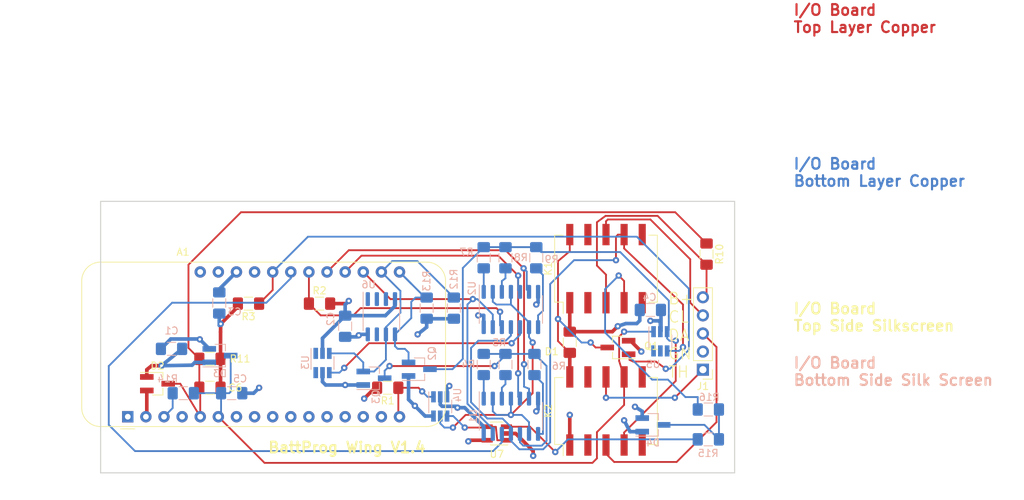
<source format=kicad_pcb>
(kicad_pcb (version 20171130) (host pcbnew "(5.1.10)-1")
  (title_block (title "I/O Board Layout") (date 2021-05-17) (rev 1.4))
  (layers (0 F.Cu signal) (1 In1.Cu power) (2 In2.Cu power) (31 B.Cu signal) (34 B.Paste user) (35 F.Paste user) (36 B.SilkS user) (37 F.SilkS user) (38 B.Mask user) (39 F.Mask user) (44 Edge.Cuts user))
  (net 0 "")
  (net 1 GND)
  (net 2 +5V)
  (net 3 "Net-(U2-Pad10)")
  (net 4 /Batt+)
  (net 5 /Batt_SCL)
  (net 6 /Batt_SDA)
  (net 7 "Net-(R5-Pad2)")
  (net 8 "Net-(R9-Pad2)")
  (net 9 "Net-(R6-Pad2)")
  (net 10 /PAS_CLK_EN)
  (net 11 "Net-(R7-Pad2)")
  (net 12 "Net-(R8-Pad2)")
  (net 13 /ACT_CLK_EN)
  (net 14 +3.3V)
  (net 15 /AREF)
  (net 16 "Net-(J1-Pad5)")
  (net 17 "Net-(J1-Pad4)")
  (net 18 /BattDiv)
  (net 19 "Net-(D1-Pad2)")
  (net 20 "Net-(J1-Pad3)")
  (net 21 "Net-(J1-Pad1)")
  (net 22 /THERM)
  (net 23 /HV_SCL)
  (net 24 /PU_EN0)
  (net 25 /PU_EN1)
  (net 26 /PU_EN2)
  (net 27 /SCL)
  (net 28 /SDA)
  (net 29 /Batt_Rly)
  (net 30 "Net-(R4-Pad2)")
  (net 31 /PULL_SEL)
  (net 32 /PULL_VOLT)
  (net 33 "Net-(D4-Pad3)")
  (net 34 "Net-(R15-Pad2)")
  (net 35 "Net-(U4-Pad4)")
  (module ResistorSMD:R_1206_3216Metric_Pad1.42x1.75mm_HandSolder (layer F.Cu) (at 123.6075 98.171 180)
    (fp_text reference R3 (at 0 -1.82) (layer F.SilkS))
    (fp_text value 100K)
    (pad 1 smd roundrect (at -1.4875 0 180) (size 1.425 1.75) (layers F.Cu F.Paste F.Mask) (roundrect_rratio 0.1754385964912281) (net 29 /Batt_Rly))
    (pad 2 smd roundrect (at 1.4875 0 180) (size 1.425 1.75) (layers F.Cu F.Paste F.Mask) (roundrect_rratio 0.1754385964912281) (net 1 GND))
  )
  (module CapSMD:C_1206_3216Metric_Pad1.42x1.75mm_HandSolder (layer F.Cu) (at 118.2005 109.982)
    (fp_text reference C6 (at 3.556 0) (layer F.SilkS))
    (fp_text value .1uf)
    (pad 2 smd roundrect (at 1.4875 0) (size 1.425 1.75) (layers F.Cu F.Paste F.Mask) (roundrect_rratio 0.1754385964912281) (net 1 GND))
    (pad 1 smd roundrect (at -1.4875 0) (size 1.425 1.75) (layers F.Cu F.Paste F.Mask) (roundrect_rratio 0.1754385964912281) (net 18 /BattDiv))
  )
  (module Feather:Adafruit_Feather (layer F.Cu) (at 106.68 114.046 90)
    (fp_text reference A1 (at 23.114 7.747 180) (layer F.SilkS))
    (fp_text value Adafruit_Feather_M4_Express)
    (pad 16 thru_hole circle (at 0 38.1 270) (size 1.6 1.6) (drill 0.8) (layers *.Cu *.Mask) (net 31 /PULL_SEL))
    (pad 15 thru_hole circle (at 0 35.56 270) (size 1.6 1.6) (drill 0.8) (layers *.Cu *.Mask))
    (pad 14 thru_hole circle (at 0 33.02 270) (size 1.6 1.6) (drill 0.8) (layers *.Cu *.Mask))
    (pad 13 thru_hole circle (at 0 30.48 270) (size 1.6 1.6) (drill 0.8) (layers *.Cu *.Mask))
    (pad 12 thru_hole circle (at 0 27.94 270) (size 1.6 1.6) (drill 0.8) (layers *.Cu *.Mask))
    (pad 11 thru_hole circle (at 0 25.4 270) (size 1.6 1.6) (drill 0.8) (layers *.Cu *.Mask))
    (pad 10 thru_hole circle (at 0 22.86 270) (size 1.6 1.6) (drill 0.8) (layers *.Cu *.Mask))
    (pad 9 thru_hole circle (at 0 20.32 270) (size 1.6 1.6) (drill 0.8) (layers *.Cu *.Mask))
    (pad 8 thru_hole circle (at 0 17.78 270) (size 1.6 1.6) (drill 0.8) (layers *.Cu *.Mask))
    (pad 7 thru_hole circle (at 0 15.24 270) (size 1.6 1.6) (drill 0.8) (layers *.Cu *.Mask))
    (pad 6 thru_hole circle (at 0 12.7 270) (size 1.6 1.6) (drill 0.8) (layers *.Cu *.Mask) (net 22 /THERM))
    (pad 5 thru_hole circle (at 0 10.16 270) (size 1.6 1.6) (drill 0.8) (layers *.Cu *.Mask) (net 18 /BattDiv))
    (pad 4 thru_hole circle (at 0 7.62 270) (size 1.6 1.6) (drill 0.8) (layers *.Cu *.Mask) (net 1 GND))
    (pad 3 thru_hole circle (at 0 5.08 270) (size 1.6 1.6) (drill 0.8) (layers *.Cu *.Mask) (net 15 /AREF))
    (pad 2 thru_hole circle (at 0 2.54 270) (size 1.6 1.6) (drill 0.8) (layers *.Cu *.Mask) (net 14 +3.3V))
    (pad 1 thru_hole rect (at 0 0 270) (size 1.6 1.6) (drill 0.8) (layers *.Cu *.Mask))
    (pad 28 thru_hole circle (at 20.32 10.16 270) (size 1.6 1.6) (drill 0.8) (layers *.Cu *.Mask))
    (pad 27 thru_hole circle (at 20.32 12.7 270) (size 1.6 1.6) (drill 0.8) (layers *.Cu *.Mask))
    (pad 26 thru_hole circle (at 20.32 15.24 270) (size 1.6 1.6) (drill 0.8) (layers *.Cu *.Mask) (net 2 +5V))
    (pad 25 thru_hole circle (at 20.32 17.78 270) (size 1.6 1.6) (drill 0.8) (layers *.Cu *.Mask))
    (pad 24 thru_hole circle (at 20.32 20.32 270) (size 1.6 1.6) (drill 0.8) (layers *.Cu *.Mask) (net 29 /Batt_Rly))
    (pad 23 thru_hole circle (at 20.32 22.86 270) (size 1.6 1.6) (drill 0.8) (layers *.Cu *.Mask) (net 10 /PAS_CLK_EN))
    (pad 22 thru_hole circle (at 20.32 25.4 270) (size 1.6 1.6) (drill 0.8) (layers *.Cu *.Mask) (net 13 /ACT_CLK_EN))
    (pad 21 thru_hole circle (at 20.32 27.94 270) (size 1.6 1.6) (drill 0.8) (layers *.Cu *.Mask) (net 26 /PU_EN2))
    (pad 20 thru_hole circle (at 20.32 30.48 270) (size 1.6 1.6) (drill 0.8) (layers *.Cu *.Mask) (net 25 /PU_EN1))
    (pad 19 thru_hole circle (at 20.32 33.02 270) (size 1.6 1.6) (drill 0.8) (layers *.Cu *.Mask) (net 24 /PU_EN0))
    (pad 18 thru_hole circle (at 20.32 35.56 270) (size 1.6 1.6) (drill 0.8) (layers *.Cu *.Mask) (net 27 /SCL))
    (pad 17 thru_hole circle (at 20.32 38.1 270) (size 1.6 1.6) (drill 0.8) (layers *.Cu *.Mask) (net 28 /SDA))
  )
  (module "TO/SOT SMD:SOT-23_Handsoldering" (layer F.Cu) (at 175.411 104.328 180)
    (fp_text reference Q1 (at -4.675 0.188) (layer F.SilkS))
    (fp_text value BSS806N)
    (pad 1 smd rect (at -1.5 -0.95 180) (size 1.9 0.8) (layers F.Cu F.Paste F.Mask) (net 29 /Batt_Rly))
    (pad 2 smd rect (at -1.5 0.95 180) (size 1.9 0.8) (layers F.Cu F.Paste F.Mask) (net 1 GND))
    (pad 3 smd rect (at 1.5 0 180) (size 1.9 0.8) (layers F.Cu F.Paste F.Mask) (net 19 "Net-(D1-Pad2)"))
  )
  (module "TO/SOT SMD:SOT-23_Handsoldering" (layer B.Cu) (at 147.55 107.376)
    (fp_text reference Q2 (at 1.802 -2.22 90) (layer B.SilkS) (effects (justify mirror)))
    (fp_text value BSS806N)
    (pad 1 smd rect (at -1.5 0.95) (size 1.9 0.8) (layers B.Cu B.Paste B.Mask) (net 14 +3.3V))
    (pad 2 smd rect (at -1.5 -0.95) (size 1.9 0.8) (layers B.Cu B.Paste B.Mask) (net 28 /SDA))
    (pad 3 smd rect (at 1.5 0) (size 1.9 0.8) (layers B.Cu B.Paste B.Mask) (net 6 /Batt_SDA))
  )
  (module "TO/SOT SMD:SOT-23_Handsoldering" (layer B.Cu) (at 141.2 108.646)
    (fp_text reference Q3 (at 0.278 2.606 90) (layer B.SilkS) (effects (justify mirror)))
    (fp_text value BSS806N)
    (pad 3 smd rect (at 1.5 0) (size 1.9 0.8) (layers B.Cu B.Paste B.Mask) (net 23 /HV_SCL))
    (pad 2 smd rect (at -1.5 -0.95) (size 1.9 0.8) (layers B.Cu B.Paste B.Mask) (net 27 /SCL))
    (pad 1 smd rect (at -1.5 0.95) (size 1.9 0.8) (layers B.Cu B.Paste B.Mask) (net 14 +3.3V))
  )
  (module ResistorSMD:R_1206_3216Metric_Pad1.42x1.75mm_HandSolder (layer F.Cu) (at 143.129 109.982 180)
    (fp_text reference R1 (at 0 -1.82) (layer F.SilkS))
    (fp_text value 100K)
    (pad 2 smd roundrect (at 1.4875 0 180) (size 1.425 1.75) (layers F.Cu F.Paste F.Mask) (roundrect_rratio 0.1754385964912281) (net 1 GND))
    (pad 1 smd roundrect (at -1.4875 0 180) (size 1.425 1.75) (layers F.Cu F.Paste F.Mask) (roundrect_rratio 0.1754385964912281) (net 31 /PULL_SEL))
  )
  (module ResistorSMD:R_1206_3216Metric_Pad1.42x1.75mm_HandSolder (layer B.Cu) (at 159.639 106.7165 270)
    (fp_text reference R5 (at -3.0845 0.889) (layer B.SilkS) (effects (justify mirror)))
    (fp_text value 6.8K)
    (pad 1 smd roundrect (at -1.4875 0 270) (size 1.425 1.75) (layers B.Cu B.Paste B.Mask) (roundrect_rratio 0.1754385964912281) (net 23 /HV_SCL))
    (pad 2 smd roundrect (at 1.4875 0 270) (size 1.425 1.75) (layers B.Cu B.Paste B.Mask) (roundrect_rratio 0.1754385964912281) (net 7 "Net-(R5-Pad2)"))
  )
  (module ResistorSMD:R_1206_3216Metric_Pad1.42x1.75mm_HandSolder (layer B.Cu) (at 163.703 106.7165 270)
    (fp_text reference R6 (at 0.2175 -3.429) (layer B.SilkS) (effects (justify mirror)))
    (fp_text value 5.1K)
    (pad 2 smd roundrect (at 1.4875 0 270) (size 1.425 1.75) (layers B.Cu B.Paste B.Mask) (roundrect_rratio 0.1754385964912281) (net 9 "Net-(R6-Pad2)"))
    (pad 1 smd roundrect (at -1.4875 0 270) (size 1.425 1.75) (layers B.Cu B.Paste B.Mask) (roundrect_rratio 0.1754385964912281) (net 23 /HV_SCL))
  )
  (module ResistorSMD:R_1206_3216Metric_Pad1.42x1.75mm_HandSolder (layer B.Cu) (at 156.591 91.7305 270)
    (fp_text reference R7 (at -0.7985 2.413) (layer B.SilkS) (effects (justify mirror)))
    (fp_text value 10K)
    (pad 2 smd roundrect (at 1.4875 0 270) (size 1.425 1.75) (layers B.Cu B.Paste B.Mask) (roundrect_rratio 0.1754385964912281) (net 11 "Net-(R7-Pad2)"))
    (pad 1 smd roundrect (at -1.4875 0 270) (size 1.425 1.75) (layers B.Cu B.Paste B.Mask) (roundrect_rratio 0.1754385964912281) (net 6 /Batt_SDA))
  )
  (module ResistorSMD:R_1206_3216Metric_Pad1.42x1.75mm_HandSolder (layer B.Cu) (at 159.639 91.7305 270)
    (fp_text reference R8 (at -0.0365 -2.159) (layer B.SilkS) (effects (justify mirror)))
    (fp_text value 6.8K)
    (pad 2 smd roundrect (at 1.4875 0 270) (size 1.425 1.75) (layers B.Cu B.Paste B.Mask) (roundrect_rratio 0.1754385964912281) (net 12 "Net-(R8-Pad2)"))
    (pad 1 smd roundrect (at -1.4875 0 270) (size 1.425 1.75) (layers B.Cu B.Paste B.Mask) (roundrect_rratio 0.1754385964912281) (net 6 /Batt_SDA))
  )
  (module ResistorSMD:R_1206_3216Metric_Pad1.42x1.75mm_HandSolder (layer B.Cu) (at 163.957 91.7305 270)
    (fp_text reference R9 (at 0.2175 -2.159) (layer B.SilkS) (effects (justify mirror)))
    (fp_text value 5.1K)
    (pad 2 smd roundrect (at 1.4875 0 270) (size 1.425 1.75) (layers B.Cu B.Paste B.Mask) (roundrect_rratio 0.1754385964912281) (net 8 "Net-(R9-Pad2)"))
    (pad 1 smd roundrect (at -1.4875 0 270) (size 1.425 1.75) (layers B.Cu B.Paste B.Mask) (roundrect_rratio 0.1754385964912281) (net 6 /Batt_SDA))
  )
  (module ResistorSMD:R_1206_3216Metric_Pad1.42x1.75mm_HandSolder (layer F.Cu) (at 133.5675 98.171)
    (fp_text reference R2 (at 0 -1.82) (layer F.SilkS))
    (fp_text value 100K)
    (pad 1 smd roundrect (at -1.4875 0) (size 1.425 1.75) (layers F.Cu F.Paste F.Mask) (roundrect_rratio 0.1754385964912281) (net 13 /ACT_CLK_EN))
    (pad 2 smd roundrect (at 1.4875 0) (size 1.425 1.75) (layers F.Cu F.Paste F.Mask) (roundrect_rratio 0.1754385964912281) (net 1 GND))
  )
  (module ResistorSMD:R_1206_3216Metric_Pad1.42x1.75mm_HandSolder (layer B.Cu) (at 148.59 98.806 90)
    (fp_text reference R13 (at 3.81 0 270) (layer B.SilkS) (effects (justify mirror)))
    (fp_text value 20K)
    (pad 2 smd roundrect (at 1.4875 0 90) (size 1.425 1.75) (layers B.Cu B.Paste B.Mask) (roundrect_rratio 0.1754385964912281) (net 28 /SDA))
    (pad 1 smd roundrect (at -1.4875 0 90) (size 1.425 1.75) (layers B.Cu B.Paste B.Mask) (roundrect_rratio 0.1754385964912281) (net 14 +3.3V))
  )
  (module ResistorSMD:R_1206_3216Metric_Pad1.42x1.75mm_HandSolder (layer F.Cu) (at 187.833 91.2225 270)
    (fp_text reference R10 (at 0 -1.82 270) (layer F.SilkS))
    (fp_text value 6.2K)
    (pad 1 smd roundrect (at -1.4875 0 270) (size 1.425 1.75) (layers F.Cu F.Paste F.Mask) (roundrect_rratio 0.1754385964912281) (net 18 /BattDiv))
    (pad 2 smd roundrect (at 1.4875 0 270) (size 1.425 1.75) (layers F.Cu F.Paste F.Mask) (roundrect_rratio 0.1754385964912281) (net 16 "Net-(J1-Pad5)"))
  )
  (module "TO/SOT SMD:SOT-23_Handsoldering" (layer B.Cu) (at 119.61 105.471)
    (fp_text reference D3 (at 0 2.5) (layer B.SilkS) (effects (justify mirror)))
    (fp_text value BAS70-04)
    (pad 1 smd rect (at -1.5 0.95) (size 1.9 0.8) (layers B.Cu B.Paste B.Mask) (net 1 GND))
    (pad 2 smd rect (at -1.5 -0.95) (size 1.9 0.8) (layers B.Cu B.Paste B.Mask) (net 14 +3.3V))
    (pad 3 smd rect (at 1.5 0) (size 1.9 0.8) (layers B.Cu B.Paste B.Mask) (net 22 /THERM))
  )
  (module "TO/SOT SMD:SOT-23-6_Handsoldering" (layer B.Cu) (at 181.356 103.458 270)
    (fp_text reference U5 (at 3.222 1.016) (layer B.SilkS) (effects (justify mirror)))
    (fp_text value DT2042-04SO-7)
    (pad 1 smd rect (at -1.35 0.95 270) (size 1.56 0.65) (layers B.Cu B.Paste B.Mask) (net 22 /THERM))
    (pad 2 smd rect (at -1.35 0 270) (size 1.56 0.65) (layers B.Cu B.Paste B.Mask) (net 1 GND))
    (pad 3 smd rect (at -1.35 -0.95 270) (size 1.56 0.65) (layers B.Cu B.Paste B.Mask) (net 6 /Batt_SDA))
    (pad 4 smd rect (at 1.35 -0.95 270) (size 1.56 0.65) (layers B.Cu B.Paste B.Mask) (net 5 /Batt_SCL))
    (pad 6 smd rect (at 1.35 0.95 270) (size 1.56 0.65) (layers B.Cu B.Paste B.Mask))
    (pad 5 smd rect (at 1.35 0 270) (size 1.56 0.65) (layers B.Cu B.Paste B.Mask))
  )
  (module "TO/SOT SMD:SOT-23-6_Handsoldering" (layer B.Cu) (at 133.985 106.506 270)
    (fp_text reference U3 (at -0.08 2.413 270) (layer B.SilkS) (effects (justify mirror)))
    (fp_text value SN74LVC2G17)
    (pad 1 smd rect (at -1.35 0.95 270) (size 1.56 0.65) (layers B.Cu B.Paste B.Mask))
    (pad 2 smd rect (at -1.35 0 270) (size 1.56 0.65) (layers B.Cu B.Paste B.Mask) (net 1 GND))
    (pad 3 smd rect (at -1.35 -0.95 270) (size 1.56 0.65) (layers B.Cu B.Paste B.Mask) (net 27 /SCL))
    (pad 4 smd rect (at 1.35 -0.95 270) (size 1.56 0.65) (layers B.Cu B.Paste B.Mask) (net 3 "Net-(U2-Pad10)"))
    (pad 6 smd rect (at 1.35 0.95 270) (size 1.56 0.65) (layers B.Cu B.Paste B.Mask))
    (pad 5 smd rect (at 1.35 0 270) (size 1.56 0.65) (layers B.Cu B.Paste B.Mask) (net 14 +3.3V))
  )
  (module CapSMD:C_1206_3216Metric_Pad1.42x1.75mm_HandSolder (layer B.Cu) (at 112.8125 104.521)
    (fp_text reference C1 (at 0 -2.54) (layer B.SilkS) (effects (justify mirror)))
    (fp_text value .1uf)
    (pad 2 smd roundrect (at 1.4875 0) (size 1.425 1.75) (layers B.Cu B.Paste B.Mask) (roundrect_rratio 0.1754385964912281) (net 1 GND))
    (pad 1 smd roundrect (at -1.4875 0) (size 1.425 1.75) (layers B.Cu B.Paste B.Mask) (roundrect_rratio 0.1754385964912281) (net 14 +3.3V))
  )
  (module CapSMD:C_1206_3216Metric_Pad1.42x1.75mm_HandSolder (layer B.Cu) (at 137.16 101.346 90)
    (fp_text reference C2 (at 1.016 -2.032 90) (layer B.SilkS) (effects (justify mirror)))
    (fp_text value .1uf)
    (pad 1 smd roundrect (at -1.4875 0 90) (size 1.425 1.75) (layers B.Cu B.Paste B.Mask) (roundrect_rratio 0.1754385964912281) (net 14 +3.3V))
    (pad 2 smd roundrect (at 1.4875 0 90) (size 1.425 1.75) (layers B.Cu B.Paste B.Mask) (roundrect_rratio 0.1754385964912281) (net 1 GND))
  )
  (module CapSMD:C_1206_3216Metric_Pad1.42x1.75mm_HandSolder (layer B.Cu) (at 119.507 98.0805 270)
    (fp_text reference C3 (at 1.2335 -2.159) (layer B.SilkS) (effects (justify mirror)))
    (fp_text value 10uf)
    (pad 1 smd roundrect (at -1.4875 0 270) (size 1.425 1.75) (layers B.Cu B.Paste B.Mask) (roundrect_rratio 0.1754385964912281) (net 2 +5V))
    (pad 2 smd roundrect (at 1.4875 0 270) (size 1.425 1.75) (layers B.Cu B.Paste B.Mask) (roundrect_rratio 0.1754385964912281) (net 1 GND))
  )
  (module CapSMD:C_1206_3216Metric_Pad1.42x1.75mm_HandSolder (layer B.Cu) (at 179.959 99.06)
    (fp_text reference C4 (at -0.127 -1.778) (layer B.SilkS) (effects (justify mirror)))
    (fp_text value .1uf)
    (pad 1 smd roundrect (at -1.4875 0) (size 1.425 1.75) (layers B.Cu B.Paste B.Mask) (roundrect_rratio 0.1754385964912281) (net 2 +5V))
    (pad 2 smd roundrect (at 1.4875 0) (size 1.425 1.75) (layers B.Cu B.Paste B.Mask) (roundrect_rratio 0.1754385964912281) (net 1 GND))
  )
  (module CapSMD:C_1206_3216Metric_Pad1.42x1.75mm_HandSolder (layer B.Cu) (at 121.2485 110.744)
    (fp_text reference C5 (at 1.1795 -2.032) (layer B.SilkS) (effects (justify mirror)))
    (fp_text value .1uf)
    (pad 2 smd roundrect (at 1.4875 0) (size 1.425 1.75) (layers B.Cu B.Paste B.Mask) (roundrect_rratio 0.1754385964912281) (net 1 GND))
    (pad 1 smd roundrect (at -1.4875 0) (size 1.425 1.75) (layers B.Cu B.Paste B.Mask) (roundrect_rratio 0.1754385964912281) (net 22 /THERM))
  )
  (module "TO/SOT SMD:SOT-23_Handsoldering" (layer F.Cu) (at 110.847 109.413)
    (fp_text reference D2 (at 0 -2.5) (layer F.SilkS))
    (fp_text value BAS70-04)
    (pad 1 smd rect (at -1.5 -0.95) (size 1.9 0.8) (layers F.Cu F.Paste F.Mask) (net 1 GND))
    (pad 2 smd rect (at -1.5 0.95) (size 1.9 0.8) (layers F.Cu F.Paste F.Mask) (net 14 +3.3V))
    (pad 3 smd rect (at 1.5 0) (size 1.9 0.8) (layers F.Cu F.Paste F.Mask) (net 18 /BattDiv))
  )
  (module Connector_PinHeader_2.54mm:PinHeader_1x05_P2.54mm_Vertical (layer F.Cu) (at 187.325 107.442 180)
    (fp_text reference J1 (at 0 -2.33) (layer F.SilkS))
    (fp_text value Conn_01x05)
    (pad 1 thru_hole rect (at 0 0 180) (size 1.7 1.7) (drill 1) (layers *.Cu *.Mask) (net 21 "Net-(J1-Pad1)"))
    (pad 2 thru_hole oval (at 0 2.54 180) (size 1.7 1.7) (drill 1) (layers *.Cu *.Mask) (net 1 GND))
    (pad 3 thru_hole oval (at 0 5.08 180) (size 1.7 1.7) (drill 1) (layers *.Cu *.Mask) (net 20 "Net-(J1-Pad3)"))
    (pad 4 thru_hole oval (at 0 7.62 180) (size 1.7 1.7) (drill 1) (layers *.Cu *.Mask) (net 17 "Net-(J1-Pad4)"))
    (pad 5 thru_hole oval (at 0 10.16 180) (size 1.7 1.7) (drill 1) (layers *.Cu *.Mask) (net 16 "Net-(J1-Pad5)"))
  )
  (module ResistorSMD:R_1206_3216Metric_Pad1.42x1.75mm_HandSolder (layer B.Cu) (at 156.591 106.7165 270)
    (fp_text reference R4 (at -0.0365 2.159) (layer B.SilkS) (effects (justify mirror)))
    (fp_text value 10K)
    (pad 1 smd roundrect (at -1.4875 0 270) (size 1.425 1.75) (layers B.Cu B.Paste B.Mask) (roundrect_rratio 0.1754385964912281) (net 23 /HV_SCL))
    (pad 2 smd roundrect (at 1.4875 0 270) (size 1.425 1.75) (layers B.Cu B.Paste B.Mask) (roundrect_rratio 0.1754385964912281) (net 30 "Net-(R4-Pad2)"))
  )
  (module ResistorSMD:R_1206_3216Metric_Pad1.42x1.75mm_HandSolder (layer B.Cu) (at 152.4 98.806 90)
    (fp_text reference R12 (at 4.064 0 -90) (layer B.SilkS) (effects (justify mirror)))
    (fp_text value 20K)
    (pad 2 smd roundrect (at 1.4875 0 90) (size 1.425 1.75) (layers B.Cu B.Paste B.Mask) (roundrect_rratio 0.1754385964912281) (net 27 /SCL))
    (pad 1 smd roundrect (at -1.4875 0 90) (size 1.425 1.75) (layers B.Cu B.Paste B.Mask) (roundrect_rratio 0.1754385964912281) (net 14 +3.3V))
  )
  (module ResistorSMD:R_1206_3216Metric_Pad1.42x1.75mm_HandSolder (layer F.Cu) (at 118.2005 105.918 180)
    (fp_text reference R11 (at -4.2275 0) (layer F.SilkS))
    (fp_text value 3.3K)
    (pad 1 smd roundrect (at -1.4875 0 180) (size 1.425 1.75) (layers F.Cu F.Paste F.Mask) (roundrect_rratio 0.1754385964912281) (net 1 GND))
    (pad 2 smd roundrect (at 1.4875 0 180) (size 1.425 1.75) (layers F.Cu F.Paste F.Mask) (roundrect_rratio 0.1754385964912281) (net 18 /BattDiv))
  )
  (module ResistorSMD:R_1206_3216Metric_Pad1.42x1.75mm_HandSolder (layer B.Cu) (at 114.4635 110.744 180)
    (fp_text reference R14 (at 2.1955 2.032) (layer B.SilkS) (effects (justify mirror)))
    (fp_text value 33K)
    (pad 2 smd roundrect (at 1.4875 0 180) (size 1.425 1.75) (layers B.Cu B.Paste B.Mask) (roundrect_rratio 0.1754385964912281) (net 15 /AREF))
    (pad 1 smd roundrect (at -1.4875 0 180) (size 1.425 1.75) (layers B.Cu B.Paste B.Mask) (roundrect_rratio 0.1754385964912281) (net 22 /THERM))
  )
  (module SO:SOIC-14_3.9x8.7mm_P1.27mm (layer B.Cu) (at 160.401 113.981 270)
    (fp_text reference U1 (at 0 5.28 90) (layer B.SilkS) (effects (justify mirror)))
    (fp_text value MAX4614)
    (pad 1 smd roundrect (at -2.475 3.81 270) (size 1.95 0.6) (layers B.Cu B.Paste B.Mask) (net 30 "Net-(R4-Pad2)"))
    (pad 2 smd roundrect (at -2.475 2.54 270) (size 1.95 0.6) (layers B.Cu B.Paste B.Mask) (net 32 /PULL_VOLT))
    (pad 3 smd roundrect (at -2.475 1.27 270) (size 1.95 0.6) (layers B.Cu B.Paste B.Mask) (net 7 "Net-(R5-Pad2)"))
    (pad 4 smd roundrect (at -2.475 0 270) (size 1.95 0.6) (layers B.Cu B.Paste B.Mask) (net 32 /PULL_VOLT))
    (pad 5 smd roundrect (at -2.475 -1.27 270) (size 1.95 0.6) (layers B.Cu B.Paste B.Mask) (net 25 /PU_EN1))
    (pad 6 smd roundrect (at -2.475 -2.54 270) (size 1.95 0.6) (layers B.Cu B.Paste B.Mask) (net 26 /PU_EN2))
    (pad 7 smd roundrect (at -2.475 -3.81 270) (size 1.95 0.6) (layers B.Cu B.Paste B.Mask) (net 1 GND))
    (pad 8 smd roundrect (at 2.475 -3.81 270) (size 1.95 0.6) (layers B.Cu B.Paste B.Mask) (net 9 "Net-(R6-Pad2)"))
    (pad 9 smd roundrect (at 2.475 -2.54 270) (size 1.95 0.6) (layers B.Cu B.Paste B.Mask) (net 32 /PULL_VOLT))
    (pad 10 smd roundrect (at 2.475 -1.27 270) (size 1.95 0.6) (layers B.Cu B.Paste B.Mask) (net 23 /HV_SCL))
    (pad 11 smd roundrect (at 2.475 0 270) (size 1.95 0.6) (layers B.Cu B.Paste B.Mask) (net 5 /Batt_SCL))
    (pad 12 smd roundrect (at 2.475 1.27 270) (size 1.95 0.6) (layers B.Cu B.Paste B.Mask) (net 10 /PAS_CLK_EN))
    (pad 13 smd roundrect (at 2.475 2.54 270) (size 1.95 0.6) (layers B.Cu B.Paste B.Mask) (net 24 /PU_EN0))
    (pad 14 smd roundrect (at 2.475 3.81 270) (size 1.95 0.6) (layers B.Cu B.Paste B.Mask) (net 2 +5V))
  )
  (module SO:SOIC-14_3.9x8.7mm_P1.27mm (layer B.Cu) (at 160.401 98.995 270)
    (fp_text reference U2 (at -2.983 5.461 90) (layer B.SilkS) (effects (justify mirror)))
    (fp_text value MAX4614)
    (pad 14 smd roundrect (at 2.475 3.81 270) (size 1.95 0.6) (layers B.Cu B.Paste B.Mask) (net 2 +5V))
    (pad 13 smd roundrect (at 2.475 2.54 270) (size 1.95 0.6) (layers B.Cu B.Paste B.Mask) (net 24 /PU_EN0))
    (pad 12 smd roundrect (at 2.475 1.27 270) (size 1.95 0.6) (layers B.Cu B.Paste B.Mask) (net 13 /ACT_CLK_EN))
    (pad 11 smd roundrect (at 2.475 0 270) (size 1.95 0.6) (layers B.Cu B.Paste B.Mask) (net 5 /Batt_SCL))
    (pad 10 smd roundrect (at 2.475 -1.27 270) (size 1.95 0.6) (layers B.Cu B.Paste B.Mask) (net 3 "Net-(U2-Pad10)"))
    (pad 9 smd roundrect (at 2.475 -2.54 270) (size 1.95 0.6) (layers B.Cu B.Paste B.Mask) (net 32 /PULL_VOLT))
    (pad 8 smd roundrect (at 2.475 -3.81 270) (size 1.95 0.6) (layers B.Cu B.Paste B.Mask) (net 8 "Net-(R9-Pad2)"))
    (pad 7 smd roundrect (at -2.475 -3.81 270) (size 1.95 0.6) (layers B.Cu B.Paste B.Mask) (net 1 GND))
    (pad 6 smd roundrect (at -2.475 -2.54 270) (size 1.95 0.6) (layers B.Cu B.Paste B.Mask) (net 26 /PU_EN2))
    (pad 5 smd roundrect (at -2.475 -1.27 270) (size 1.95 0.6) (layers B.Cu B.Paste B.Mask) (net 25 /PU_EN1))
    (pad 4 smd roundrect (at -2.475 0 270) (size 1.95 0.6) (layers B.Cu B.Paste B.Mask) (net 32 /PULL_VOLT))
    (pad 3 smd roundrect (at -2.475 1.27 270) (size 1.95 0.6) (layers B.Cu B.Paste B.Mask) (net 12 "Net-(R8-Pad2)"))
    (pad 2 smd roundrect (at -2.475 2.54 270) (size 1.95 0.6) (layers B.Cu B.Paste B.Mask) (net 32 /PULL_VOLT))
    (pad 1 smd roundrect (at -2.475 3.81 270) (size 1.95 0.6) (layers B.Cu B.Paste B.Mask) (net 11 "Net-(R7-Pad2)"))
  )
  (module SO:SOIC-8_3.9x4.9mm_P1.27mm (layer B.Cu) (at 142.24 100.011 270)
    (fp_text reference U6 (at -4.507 1.778 180) (layer B.SilkS) (effects (justify mirror)))
    (fp_text value ATECC508A)
    (pad 1 smd roundrect (at -2.475 1.905 270) (size 1.95 0.6) (layers B.Cu B.Paste B.Mask))
    (pad 2 smd roundrect (at -2.475 0.635 270) (size 1.95 0.6) (layers B.Cu B.Paste B.Mask))
    (pad 3 smd roundrect (at -2.475 -0.635 270) (size 1.95 0.6) (layers B.Cu B.Paste B.Mask))
    (pad 4 smd roundrect (at -2.475 -1.905 270) (size 1.95 0.6) (layers B.Cu B.Paste B.Mask) (net 1 GND))
    (pad 5 smd roundrect (at 2.475 -1.905 270) (size 1.95 0.6) (layers B.Cu B.Paste B.Mask) (net 28 /SDA))
    (pad 6 smd roundrect (at 2.475 -0.635 270) (size 1.95 0.6) (layers B.Cu B.Paste B.Mask) (net 27 /SCL))
    (pad 7 smd roundrect (at 2.475 0.635 270) (size 1.95 0.6) (layers B.Cu B.Paste B.Mask))
    (pad 8 smd roundrect (at 2.475 1.905 270) (size 1.95 0.6) (layers B.Cu B.Paste B.Mask) (net 14 +3.3V))
  )
  (module CapSMD:C_1206_3216Metric_Pad1.42x1.75mm_HandSolder (layer F.Cu) (at 168.656 103.5955 270)
    (fp_text reference D1 (at 1.3065 2.54 180) (layer F.SilkS))
    (fp_text value S1A)
    (pad 2 smd roundrect (at 1.4875 0 270) (size 1.425 1.75) (layers F.Cu F.Paste F.Mask) (roundrect_rratio 0.1754385964912281) (net 19 "Net-(D1-Pad2)"))
    (pad 1 smd roundrect (at -1.4875 0 270) (size 1.425 1.75) (layers F.Cu F.Paste F.Mask) (roundrect_rratio 0.1754385964912281) (net 2 +5V))
  )
  (module BattProg:Relay_DPDT_Omron_G6H-2F (layer F.Cu) (at 173.736 93.264 90)
    (fp_text reference K1 (at 0 -8.1 270) (layer F.SilkS))
    (fp_text value EB2-5NU)
    (pad 10 smd rect (at 4.78 -5.08 90) (size 3 1) (layers F.Cu F.Paste F.Mask) (net 19 "Net-(D1-Pad2)"))
    (pad 9 smd rect (at 4.78 -2.54 90) (size 3 1) (layers F.Cu F.Paste F.Mask))
    (pad 8 smd rect (at 4.78 0 90) (size 3 1) (layers F.Cu F.Paste F.Mask) (net 17 "Net-(J1-Pad4)"))
    (pad 7 smd rect (at 4.78 2.54 90) (size 3 1) (layers F.Cu F.Paste F.Mask) (net 5 /Batt_SCL))
    (pad 6 smd rect (at 4.78 5.08 90) (size 3 1) (layers F.Cu F.Paste F.Mask))
    (pad 5 smd rect (at -4.78 5.08 90) (size 3 1) (layers F.Cu F.Paste F.Mask))
    (pad 4 smd rect (at -4.78 2.54 90) (size 3 1) (layers F.Cu F.Paste F.Mask) (net 4 /Batt+))
    (pad 3 smd rect (at -4.78 0 90) (size 3 1) (layers F.Cu F.Paste F.Mask) (net 16 "Net-(J1-Pad5)"))
    (pad 2 smd rect (at -4.78 -2.54 90) (size 3 1) (layers F.Cu F.Paste F.Mask))
    (pad 1 smd rect (at -4.78 -5.08 90) (size 3 1) (layers F.Cu F.Paste F.Mask) (net 2 +5V))
  )
  (module BattProg:Relay_DPDT_Omron_G6H-2F (layer F.Cu) (at 173.736 113.238 90)
    (fp_text reference K2 (at 0 -8.1 270) (layer F.SilkS))
    (fp_text value EB2-5NU)
    (pad 1 smd rect (at -4.78 -5.08 90) (size 3 1) (layers F.Cu F.Paste F.Mask) (net 2 +5V))
    (pad 2 smd rect (at -4.78 -2.54 90) (size 3 1) (layers F.Cu F.Paste F.Mask))
    (pad 3 smd rect (at -4.78 0 90) (size 3 1) (layers F.Cu F.Paste F.Mask) (net 20 "Net-(J1-Pad3)"))
    (pad 4 smd rect (at -4.78 2.54 90) (size 3 1) (layers F.Cu F.Paste F.Mask) (net 6 /Batt_SDA))
    (pad 5 smd rect (at -4.78 5.08 90) (size 3 1) (layers F.Cu F.Paste F.Mask))
    (pad 6 smd rect (at 4.78 5.08 90) (size 3 1) (layers F.Cu F.Paste F.Mask))
    (pad 7 smd rect (at 4.78 2.54 90) (size 3 1) (layers F.Cu F.Paste F.Mask) (net 22 /THERM))
    (pad 8 smd rect (at 4.78 0 90) (size 3 1) (layers F.Cu F.Paste F.Mask) (net 21 "Net-(J1-Pad1)"))
    (pad 9 smd rect (at 4.78 -2.54 90) (size 3 1) (layers F.Cu F.Paste F.Mask))
    (pad 10 smd rect (at 4.78 -5.08 90) (size 3 1) (layers F.Cu F.Paste F.Mask) (net 19 "Net-(D1-Pad2)"))
  )
  (module "TO/SOT SMD:SOT-23-6_Handsoldering" (layer B.Cu) (at 150.495 112.602 270)
    (fp_text reference U4 (at -1.604 -2.413 90) (layer B.SilkS) (effects (justify mirror)))
    (fp_text value MAX4624)
    (pad 1 smd rect (at -1.35 0.95 270) (size 1.56 0.65) (layers B.Cu B.Paste B.Mask) (net 31 /PULL_SEL))
    (pad 2 smd rect (at -1.35 0 270) (size 1.56 0.65) (layers B.Cu B.Paste B.Mask) (net 2 +5V))
    (pad 3 smd rect (at -1.35 -0.95 270) (size 1.56 0.65) (layers B.Cu B.Paste B.Mask) (net 1 GND))
    (pad 4 smd rect (at 1.35 -0.95 270) (size 1.56 0.65) (layers B.Cu B.Paste B.Mask) (net 35 "Net-(U4-Pad4)"))
    (pad 6 smd rect (at 1.35 0.95 270) (size 1.56 0.65) (layers B.Cu B.Paste B.Mask) (net 14 +3.3V))
    (pad 5 smd rect (at 1.35 0 270) (size 1.56 0.65) (layers B.Cu B.Paste B.Mask) (net 32 /PULL_VOLT))
  )
  (module "TO/SOT SMD:SOT-23_Handsoldering" (layer B.Cu) (at 180.316 115.189)
    (fp_text reference D4 (at 0 2.5) (layer B.SilkS) (effects (justify mirror)))
    (fp_text value BAS70-04)
    (pad 1 smd rect (at -1.5 0.95) (size 1.9 0.8) (layers B.Cu B.Paste B.Mask) (net 1 GND))
    (pad 2 smd rect (at -1.5 -0.95) (size 1.9 0.8) (layers B.Cu B.Paste B.Mask) (net 2 +5V))
    (pad 3 smd rect (at 1.5 0) (size 1.9 0.8) (layers B.Cu B.Paste B.Mask) (net 33 "Net-(D4-Pad3)"))
  )
  (module ResistorSMD:R_1206_3216Metric_Pad1.42x1.75mm_HandSolder (layer B.Cu) (at 188.087 117.221 180)
    (fp_text reference R15 (at 0.0254 -1.9558) (layer B.SilkS) (effects (justify mirror)))
    (fp_text value 10K)
    (pad 1 smd roundrect (at -1.4875 0 180) (size 1.425 1.75) (layers B.Cu B.Paste B.Mask) (roundrect_rratio 0.1754385964912281) (net 33 "Net-(D4-Pad3)"))
    (pad 2 smd roundrect (at 1.4875 0 180) (size 1.425 1.75) (layers B.Cu B.Paste B.Mask) (roundrect_rratio 0.1754385964912281) (net 34 "Net-(R15-Pad2)"))
  )
  (module ResistorSMD:R_1206_3216Metric_Pad1.42x1.75mm_HandSolder (layer B.Cu) (at 188.087 113.03)
    (fp_text reference R16 (at 0.127 -1.7272) (layer B.SilkS) (effects (justify mirror)))
    (fp_text value 10K)
    (pad 2 smd roundrect (at 1.4875 0) (size 1.425 1.75) (layers B.Cu B.Paste B.Mask) (roundrect_rratio 0.1754385964912281) (net 33 "Net-(D4-Pad3)"))
    (pad 1 smd roundrect (at -1.4875 0) (size 1.425 1.75) (layers B.Cu B.Paste B.Mask) (roundrect_rratio 0.1754385964912281) (net 4 /Batt+))
  )
  (module "TO/SOT SMD:SOT-23-5_HandSoldering" (layer F.Cu) (at 158.4236 116.398 180)
    (fp_text reference U7 (at 0 -2.9) (layer F.SilkS))
    (fp_text value MAX4321)
    (pad 1 smd rect (at -1.35 -0.95 180) (size 1.56 0.65) (layers F.Cu F.Paste F.Mask) (net 35 "Net-(U4-Pad4)"))
    (pad 2 smd rect (at -1.35 0 180) (size 1.56 0.65) (layers F.Cu F.Paste F.Mask) (net 2 +5V))
    (pad 3 smd rect (at -1.35 0.95 180) (size 1.56 0.65) (layers F.Cu F.Paste F.Mask) (net 34 "Net-(R15-Pad2)"))
    (pad 4 smd rect (at 1.35 0.95 180) (size 1.56 0.65) (layers F.Cu F.Paste F.Mask) (net 35 "Net-(U4-Pad4)"))
    (pad 5 smd rect (at 1.35 -0.95 180) (size 1.56 0.65) (layers F.Cu F.Paste F.Mask) (net 1 GND))
  )
  (gr_line (start 191.77 121.92) (end 102.87 121.92) (layer Edge.Cuts) (width 0.15))
  (gr_line (start 191.77 83.82) (end 191.77 121.92) (layer Edge.Cuts) (width 0.15))
  (gr_line (start 102.87 83.82) (end 191.77 83.82) (layer Edge.Cuts) (width 0.15))
  (gr_line (start 102.87 121.92) (end 102.87 83.82) (layer Edge.Cuts) (width 0.15))
  (gr_text "I/O Board\nBottom Side Silk Screen" (at 199.898 107.696) (layer B.SilkS) (effects (font (size 1.5 1.5) (thickness 0.3)) (justify left)))
  (gr_text "I/O Board\nTop Side Silkscreen" (at 199.898 100.076) (layer F.SilkS) (effects (font (size 1.5 1.5) (thickness 0.3)) (justify left)))
  (gr_text "I/O Board\nBottom Layer Copper" (at 199.898 79.756) (layer B.Cu) (effects (font (size 1.5 1.5) (thickness 0.3)) (justify left)))
  (gr_text "I/O Board\nTop Layer Copper" (at 199.898 58.166) (layer F.Cu) (effects (font (size 1.5 1.5) (thickness 0.3)) (justify left)))
  (gr_text "BattProg Wing V1.4" (at 137.414 118.364) (layer F.SilkS) (effects (font (size 1.5 1.5) (thickness 0.3))))
  (gr_text "B+\nCL\nDA\nGN\nTH" (at 182.372 102.616) (layer F.SilkS) (effects (font (size 1.6 1.6)) (justify left)))
  (segment (start 144.145 98.511) (end 144.145 97.536) (width 0.508) (layer B.Cu) (net 1))
  (segment (start 142.7975 99.8585) (end 144.145 98.511) (width 0.508) (layer B.Cu) (net 1))
  (segment (start 137.16 99.8585) (end 142.7975 99.8585) (width 0.508) (layer B.Cu) (net 1))
  (via (at 137.668 97.79) (size 0.889) (drill 0.381) (layers F.Cu B.Cu) (net 1))
  (segment (start 137.16 99.8585) (end 137.16 98.298) (width 0.508) (layer B.Cu) (net 1))
  (segment (start 137.16 98.298) (end 137.668 97.79) (width 0.508) (layer B.Cu) (net 1))
  (segment (start 133.985 103.0335) (end 137.16 99.8585) (width 0.508) (layer B.Cu) (net 1))
  (segment (start 133.985 105.156) (end 133.985 103.0335) (width 0.508) (layer B.Cu) (net 1))
  (segment (start 137.287 98.171) (end 137.668 97.79) (width 0.508) (layer F.Cu) (net 1))
  (segment (start 135.055 98.171) (end 137.287 98.171) (width 0.508) (layer F.Cu) (net 1))
  (segment (start 119.688 109.982) (end 119.688 105.918) (width 0.508) (layer F.Cu) (net 1))
  (segment (start 181.4465 102.0175) (end 181.356 102.108) (width 0.508) (layer B.Cu) (net 1))
  (segment (start 181.4465 99.06) (end 181.4465 102.0175) (width 0.508) (layer B.Cu) (net 1))
  (via (at 151.765 109.728) (size 0.889) (drill 0.381) (layers F.Cu B.Cu) (net 1))
  (segment (start 151.445 111.252) (end 151.445 110.048) (width 0.508) (layer B.Cu) (net 1))
  (segment (start 151.445 110.048) (end 151.765 109.728) (width 0.508) (layer B.Cu) (net 1))
  (via (at 163.957 113.284) (size 0.889) (drill 0.381) (layers F.Cu B.Cu) (net 1))
  (segment (start 164.211 111.506) (end 164.211 113.03) (width 0.508) (layer B.Cu) (net 1))
  (segment (start 164.211 113.03) (end 163.957 113.284) (width 0.508) (layer B.Cu) (net 1))
  (via (at 163.957 98.298) (size 0.889) (drill 0.381) (layers F.Cu B.Cu) (net 1))
  (segment (start 164.211 96.52) (end 164.211 98.044) (width 0.508) (layer B.Cu) (net 1))
  (segment (start 164.211 98.044) (end 163.957 98.298) (width 0.508) (layer B.Cu) (net 1))
  (via (at 139.827 111.506) (size 0.889) (drill 0.381) (layers F.Cu B.Cu) (net 1))
  (segment (start 141.6415 109.982) (end 141.351 109.982) (width 0.508) (layer F.Cu) (net 1))
  (segment (start 141.351 109.982) (end 139.827 111.506) (width 0.508) (layer F.Cu) (net 1))
  (segment (start 176.911 103.378) (end 177.461 103.378) (width 0.508) (layer F.Cu) (net 1))
  (via (at 179.959 100.584) (size 0.889) (drill 0.381) (layers F.Cu B.Cu) (net 1))
  (segment (start 181.356 102.108) (end 181.356 100.82) (width 0.508) (layer B.Cu) (net 1))
  (segment (start 181.12 100.584) (end 179.959 100.584) (width 0.508) (layer B.Cu) (net 1))
  (segment (start 181.356 100.82) (end 181.12 100.584) (width 0.508) (layer B.Cu) (net 1))
  (via (at 178.689 104.902) (size 0.889) (drill 0.381) (layers F.Cu B.Cu) (net 1))
  (segment (start 176.911 103.378) (end 177.165 103.378) (width 0.508) (layer F.Cu) (net 1))
  (segment (start 177.165 103.378) (end 178.689 104.902) (width 0.508) (layer F.Cu) (net 1))
  (via (at 125.095 109.982) (size 0.889) (drill 0.381) (layers F.Cu B.Cu) (net 1))
  (segment (start 122.736 110.744) (end 124.333 110.744) (width 0.508) (layer B.Cu) (net 1))
  (segment (start 124.333 110.744) (end 125.095 109.982) (width 0.508) (layer B.Cu) (net 1))
  (segment (start 109.347 108.463) (end 109.347 108.204) (width 0.508) (layer F.Cu) (net 1))
  (segment (start 114.3 104.521) (end 111.402283 106.885317) (width 0.508) (layer B.Cu) (net 1))
  (segment (start 111.402283 106.885317) (end 115.697 106.807) (width 0.508) (layer B.Cu) (net 1))
  (segment (start 115.697 106.807) (end 116.083 106.421) (width 0.508) (layer B.Cu) (net 1))
  (via (at 111.402283 106.885317) (size 0.889) (drill 0.381) (layers F.Cu B.Cu) (net 1))
  (segment (start 116.083 106.421) (end 118.11 106.421) (width 0.508) (layer B.Cu) (net 1))
  (segment (start 109.347 107.442) (end 109.347 108.463) (width 0.508) (layer F.Cu) (net 1))
  (segment (start 111.402283 106.885317) (end 110.0328 106.8832) (width 0.508) (layer F.Cu) (net 1))
  (segment (start 110.0328 106.8832) (end 109.347 107.442) (width 0.508) (layer F.Cu) (net 1))
  (segment (start 119.688 102.162) (end 119.688 105.918) (width 0.508) (layer F.Cu) (net 1))
  (segment (start 119.7102 101.0158) (end 119.688 102.162) (width 0.508) (layer F.Cu) (net 1))
  (segment (start 119.7102 101.0158) (end 122.12 98.606) (width 0.508) (layer F.Cu) (net 1))
  (segment (start 119.507 101.219) (end 119.507 99.568) (width 0.508) (layer B.Cu) (net 1))
  (via (at 119.7102 101.0158) (size 0.889) (drill 0.381) (layers F.Cu B.Cu) (net 1))
  (segment (start 122.12 98.606) (end 122.12 98.171) (width 0.508) (layer F.Cu) (net 1))
  (segment (start 119.7102 101.0158) (end 119.507 101.219) (width 0.508) (layer B.Cu) (net 1))
  (via (at 154.432 117.5004) (size 0.889) (drill 0.381) (layers F.Cu B.Cu) (net 1))
  (segment (start 154.5844 117.348) (end 154.432 117.5004) (width 0.508) (layer F.Cu) (net 1))
  (segment (start 157.0736 117.348) (end 154.5844 117.348) (width 0.508) (layer F.Cu) (net 1))
  (via (at 176.276 114.554) (size 0.889) (drill 0.381) (layers F.Cu B.Cu) (net 1))
  (segment (start 177.1015 116.1415) (end 176.276 114.554) (width 0.508) (layer B.Cu) (net 1))
  (segment (start 178.816 116.139) (end 177.1015 116.1415) (width 0.508) (layer B.Cu) (net 1))
  (segment (start 168.656 102.108) (end 168.656 98.044) (width 0.508) (layer F.Cu) (net 2))
  (segment (start 119.507 96.139) (end 121.92 93.726) (width 0.508) (layer B.Cu) (net 2))
  (segment (start 119.507 96.593) (end 119.507 96.139) (width 0.508) (layer B.Cu) (net 2))
  (via (at 175.387 101.346) (size 0.889) (drill 0.381) (layers F.Cu B.Cu) (net 2))
  (segment (start 168.656 102.108) (end 174.625 102.108) (width 0.508) (layer F.Cu) (net 2))
  (segment (start 174.625 102.108) (end 175.387 101.346) (width 0.508) (layer F.Cu) (net 2))
  (via (at 155.829 99.822) (size 0.889) (drill 0.381) (layers F.Cu B.Cu) (net 2))
  (via (at 152.9095 112.7745) (size 0.889) (drill 0.381) (layers F.Cu B.Cu) (net 2))
  (segment (start 152.7205 112.5855) (end 152.9095 112.7745) (width 0.508) (layer B.Cu) (net 2))
  (segment (start 150.759098 112.5855) (end 152.7205 112.5855) (width 0.508) (layer B.Cu) (net 2))
  (segment (start 150.495 111.252) (end 150.495 112.321402) (width 0.508) (layer B.Cu) (net 2))
  (segment (start 150.495 112.321402) (end 150.759098 112.5855) (width 0.508) (layer B.Cu) (net 2))
  (segment (start 168.656 113.792) (end 168.656 118.018) (width 0.508) (layer F.Cu) (net 2))
  (via (at 168.656 113.792) (size 0.889) (drill 0.381) (layers F.Cu B.Cu) (net 2))
  (segment (start 175.387 101.346) (end 176.53 100.965) (width 0.508) (layer B.Cu) (net 2))
  (segment (start 176.53 100.965) (end 178.054 100.965) (width 0.508) (layer B.Cu) (net 2))
  (segment (start 178.4715 100.5475) (end 178.4715 99.06) (width 0.508) (layer B.Cu) (net 2))
  (segment (start 178.054 100.965) (end 178.4715 100.5475) (width 0.508) (layer B.Cu) (net 2))
  (segment (start 156.591 115.4415) (end 156.591 116.456) (width 0.508) (layer B.Cu) (net 2))
  (segment (start 152.9095 112.7745) (end 153.924 112.776) (width 0.508) (layer B.Cu) (net 2))
  (segment (start 153.924 112.776) (end 156.591 115.4415) (width 0.508) (layer B.Cu) (net 2))
  (segment (start 156.591 99.822) (end 155.829 99.822) (width 0.508) (layer B.Cu) (net 2))
  (segment (start 156.591 101.47) (end 156.591 99.822) (width 0.508) (layer B.Cu) (net 2))
  (via (at 163.5252 119.5324) (size 0.889) (drill 0.381) (layers F.Cu B.Cu) (net 2))
  (segment (start 163.5252 118.8616) (end 163.5252 119.5324) (width 0.508) (layer F.Cu) (net 2))
  (segment (start 161.0616 116.398) (end 163.5252 118.8616) (width 0.508) (layer F.Cu) (net 2))
  (segment (start 159.7736 116.398) (end 161.0616 116.398) (width 0.508) (layer F.Cu) (net 2))
  (via (at 177.8 112.649) (size 0.889) (drill 0.381) (layers F.Cu B.Cu) (net 2))
  (segment (start 178.816 113.284) (end 177.8 112.649) (width 0.508) (layer B.Cu) (net 2))
  (segment (start 178.816 114.239) (end 178.816 113.284) (width 0.508) (layer B.Cu) (net 2))
  (segment (start 134.935 107.856) (end 136.365 107.856) (width 0.254) (layer B.Cu) (net 3))
  (via (at 137.033 107.188) (size 0.889) (drill 0.381) (layers F.Cu B.Cu) (net 3))
  (segment (start 136.365 107.856) (end 137.033 107.188) (width 0.254) (layer B.Cu) (net 3))
  (via (at 160.497467 103.728467) (size 0.889) (drill 0.381) (layers F.Cu B.Cu) (net 3))
  (segment (start 137.033 107.188) (end 140.492533 103.728467) (width 0.254) (layer F.Cu) (net 3))
  (segment (start 140.492533 103.728467) (end 160.497467 103.728467) (width 0.254) (layer F.Cu) (net 3))
  (segment (start 161.671 102.554934) (end 161.671 101.47) (width 0.254) (layer B.Cu) (net 3))
  (segment (start 160.497467 103.728467) (end 161.671 102.554934) (width 0.254) (layer B.Cu) (net 3))
  (segment (start 186.5995 113.03) (end 186.5995 111.2885) (width 0.254) (layer B.Cu) (net 4))
  (segment (start 184.869758 111.2885) (end 182.420258 108.839) (width 0.254) (layer B.Cu) (net 4))
  (segment (start 186.5995 111.2885) (end 184.869758 111.2885) (width 0.254) (layer B.Cu) (net 4))
  (segment (start 182.420258 108.839) (end 180.213 108.839) (width 0.254) (layer B.Cu) (net 4))
  (segment (start 180.213 108.839) (end 173.609 102.235) (width 0.254) (layer B.Cu) (net 4))
  (segment (start 173.609 102.235) (end 173.609 96.139) (width 0.254) (layer B.Cu) (net 4))
  (via (at 175.514 94.234) (size 0.889) (drill 0.381) (layers F.Cu B.Cu) (net 4))
  (segment (start 173.609 96.139) (end 175.514 94.234) (width 0.254) (layer B.Cu) (net 4))
  (segment (start 176.276 94.996) (end 176.276 98.044) (width 0.254) (layer F.Cu) (net 4))
  (segment (start 175.514 94.234) (end 176.276 94.996) (width 0.254) (layer F.Cu) (net 4))
  (segment (start 159.6805 103.378) (end 160.401 102.6575) (width 0.254) (layer B.Cu) (net 5))
  (segment (start 155.829 103.378) (end 159.6805 103.378) (width 0.254) (layer B.Cu) (net 5))
  (segment (start 154.813 104.394) (end 155.829 103.378) (width 0.254) (layer B.Cu) (net 5))
  (segment (start 160.401 102.6575) (end 160.401 101.47) (width 0.254) (layer B.Cu) (net 5))
  (segment (start 160.401 115.481) (end 159.22 114.3) (width 0.254) (layer B.Cu) (net 5))
  (segment (start 157.099 114.3) (end 154.813 112.014) (width 0.254) (layer B.Cu) (net 5))
  (segment (start 160.401 116.456) (end 160.401 115.481) (width 0.254) (layer B.Cu) (net 5))
  (segment (start 154.813 112.014) (end 154.813 104.394) (width 0.254) (layer B.Cu) (net 5))
  (segment (start 159.22 114.3) (end 157.099 114.3) (width 0.254) (layer B.Cu) (net 5))
  (segment (start 165.90803 117.639404) (end 165.90803 95.42303) (width 0.254) (layer B.Cu) (net 5))
  (segment (start 164.929425 118.618009) (end 165.90803 117.639404) (width 0.254) (layer B.Cu) (net 5))
  (segment (start 160.401 116.456) (end 160.401 117.431) (width 0.254) (layer B.Cu) (net 5))
  (segment (start 161.588009 118.618009) (end 164.929425 118.618009) (width 0.254) (layer B.Cu) (net 5))
  (segment (start 160.401 117.431) (end 161.588009 118.618009) (width 0.254) (layer B.Cu) (net 5))
  (via (at 175.133 92.075) (size 0.889) (drill 0.381) (layers F.Cu B.Cu) (net 5))
  (segment (start 165.90803 95.42303) (end 169.25606 92.075) (width 0.254) (layer B.Cu) (net 5))
  (segment (start 169.25606 92.075) (end 175.133 92.075) (width 0.254) (layer B.Cu) (net 5))
  (segment (start 182.306 104.808) (end 183.99 104.808) (width 0.254) (layer B.Cu) (net 5))
  (via (at 184.531 104.267) (size 0.889) (drill 0.381) (layers F.Cu B.Cu) (net 5))
  (segment (start 183.99 104.808) (end 184.531 104.267) (width 0.254) (layer B.Cu) (net 5))
  (segment (start 175.422 88.484) (end 176.276 88.484) (width 0.254) (layer F.Cu) (net 5))
  (segment (start 175.133 92.075) (end 175.133 88.773) (width 0.254) (layer F.Cu) (net 5))
  (segment (start 175.133 88.773) (end 175.422 88.484) (width 0.254) (layer F.Cu) (net 5))
  (segment (start 184.531 98.298) (end 184.531 104.267) (width 0.254) (layer F.Cu) (net 5))
  (segment (start 176.276 88.484) (end 176.276 90.424) (width 0.254) (layer F.Cu) (net 5))
  (segment (start 176.276 90.424) (end 184.531 98.298) (width 0.254) (layer F.Cu) (net 5))
  (segment (start 156.591 90.243) (end 159.639 90.243) (width 0.254) (layer B.Cu) (net 6))
  (segment (start 159.639 90.243) (end 163.957 90.243) (width 0.254) (layer B.Cu) (net 6))
  (segment (start 164.646 90.932) (end 163.957 90.243) (width 0.254) (layer B.Cu) (net 6))
  (segment (start 182.54001 97.748317) (end 175.723693 90.932) (width 0.254) (layer B.Cu) (net 6))
  (segment (start 175.723693 90.932) (end 164.646 90.932) (width 0.254) (layer B.Cu) (net 6))
  (segment (start 182.306 102.108) (end 182.54001 101.87399) (width 0.254) (layer B.Cu) (net 6))
  (segment (start 182.54001 101.87399) (end 182.54001 97.748317) (width 0.254) (layer B.Cu) (net 6))
  (via (at 183.515003 103.378007) (size 0.889) (drill 0.381) (layers F.Cu B.Cu) (net 6))
  (segment (start 176.276 116.264) (end 183.515003 109.024997) (width 0.254) (layer F.Cu) (net 6))
  (segment (start 183.515003 109.024997) (end 183.515003 103.378007) (width 0.254) (layer F.Cu) (net 6))
  (segment (start 176.276 118.018) (end 176.276 116.264) (width 0.254) (layer F.Cu) (net 6))
  (segment (start 183.515003 103.317003) (end 183.515003 103.378007) (width 0.254) (layer B.Cu) (net 6))
  (segment (start 182.306 102.108) (end 182.306 103.058) (width 0.254) (layer B.Cu) (net 6))
  (segment (start 182.626007 103.378007) (end 183.515003 103.378007) (width 0.254) (layer B.Cu) (net 6))
  (segment (start 182.306 103.058) (end 182.626007 103.378007) (width 0.254) (layer B.Cu) (net 6))
  (segment (start 153.65601 93.17799) (end 156.591 90.243) (width 0.254) (layer B.Cu) (net 6))
  (segment (start 153.65601 105.93199) (end 153.65601 93.17799) (width 0.254) (layer B.Cu) (net 6))
  (segment (start 149.05 107.376) (end 152.212 107.376) (width 0.254) (layer B.Cu) (net 6))
  (segment (start 152.212 107.376) (end 153.65601 105.93199) (width 0.254) (layer B.Cu) (net 6))
  (segment (start 159.639 108.204) (end 159.639 109.474) (width 0.254) (layer B.Cu) (net 7))
  (segment (start 159.639 109.474) (end 159.131 109.982) (width 0.254) (layer B.Cu) (net 7))
  (segment (start 159.131 109.982) (end 159.131 111.506) (width 0.254) (layer B.Cu) (net 7))
  (segment (start 164.211 99.822) (end 164.211 101.47) (width 0.254) (layer B.Cu) (net 8))
  (segment (start 164.89201 99.187) (end 164.211 99.822) (width 0.254) (layer B.Cu) (net 8))
  (segment (start 163.957 93.218) (end 164.89201 94.15301) (width 0.254) (layer B.Cu) (net 8))
  (segment (start 164.89201 94.15301) (end 164.89201 99.187) (width 0.254) (layer B.Cu) (net 8))
  (segment (start 164.89201 116.459) (end 164.211 116.456) (width 0.254) (layer B.Cu) (net 9))
  (segment (start 163.703 108.204) (end 164.89201 109.39301) (width 0.254) (layer B.Cu) (net 9))
  (segment (start 164.89201 109.39301) (end 164.89201 116.459) (width 0.254) (layer B.Cu) (net 9))
  (segment (start 107.696 118.872) (end 157.9025 118.872) (width 0.254) (layer B.Cu) (net 10))
  (segment (start 129.54 94.615) (end 126.111 98.044) (width 0.254) (layer B.Cu) (net 10))
  (segment (start 129.54 93.726) (end 129.54 94.615) (width 0.254) (layer B.Cu) (net 10))
  (segment (start 159.131 117.6435) (end 159.131 116.456) (width 0.254) (layer B.Cu) (net 10))
  (segment (start 126.111 98.044) (end 112.903 98.044) (width 0.254) (layer B.Cu) (net 10))
  (segment (start 157.9025 118.872) (end 159.131 117.6435) (width 0.254) (layer B.Cu) (net 10))
  (segment (start 104.013 115.189) (end 107.696 118.872) (width 0.254) (layer B.Cu) (net 10))
  (segment (start 112.903 98.044) (end 104.013 106.934) (width 0.254) (layer B.Cu) (net 10))
  (segment (start 104.013 106.934) (end 104.013 115.189) (width 0.254) (layer B.Cu) (net 10))
  (segment (start 156.591 93.218) (end 156.591 96.52) (width 0.254) (layer B.Cu) (net 11))
  (segment (start 159.639 93.218) (end 159.639 94.615) (width 0.254) (layer B.Cu) (net 12))
  (segment (start 159.131 94.996) (end 159.131 96.52) (width 0.254) (layer B.Cu) (net 12))
  (segment (start 159.639 94.615) (end 159.131 94.996) (width 0.254) (layer B.Cu) (net 12))
  (segment (start 132.026 93.672) (end 132.08 93.726) (width 0.254) (layer F.Cu) (net 13))
  (segment (start 132.08 93.726) (end 132.08 98.171) (width 0.254) (layer F.Cu) (net 13))
  (via (at 158.877 99.314) (size 0.889) (drill 0.381) (layers F.Cu B.Cu) (net 13))
  (segment (start 158.877 101.216) (end 159.131 101.47) (width 0.254) (layer B.Cu) (net 13))
  (segment (start 158.877 99.314) (end 158.877 101.216) (width 0.254) (layer B.Cu) (net 13))
  (segment (start 133.731 99.822) (end 132.08 98.171) (width 0.254) (layer F.Cu) (net 13))
  (segment (start 138.303 99.822) (end 133.731 99.822) (width 0.254) (layer F.Cu) (net 13))
  (segment (start 139.319 98.806) (end 138.303 99.822) (width 0.254) (layer F.Cu) (net 13))
  (segment (start 158.877 99.314) (end 158.369 98.806) (width 0.254) (layer F.Cu) (net 13))
  (segment (start 158.369 98.806) (end 139.319 98.806) (width 0.254) (layer F.Cu) (net 13))
  (segment (start 137.5075 102.486) (end 137.16 102.8335) (width 0.508) (layer B.Cu) (net 14))
  (segment (start 152.4 100.2935) (end 148.59 100.2935) (width 0.508) (layer B.Cu) (net 14))
  (segment (start 134.437 109.596) (end 137.165 109.596) (width 0.508) (layer B.Cu) (net 14))
  (segment (start 133.985 109.144) (end 134.437 109.596) (width 0.508) (layer B.Cu) (net 14))
  (segment (start 133.985 107.856) (end 133.985 109.144) (width 0.508) (layer B.Cu) (net 14))
  (segment (start 116.72699 103.13799) (end 116.7765 103.1875) (width 0.508) (layer B.Cu) (net 14))
  (segment (start 112.70801 103.13799) (end 116.72699 103.13799) (width 0.508) (layer B.Cu) (net 14))
  (segment (start 111.325 104.521) (end 112.70801 103.13799) (width 0.508) (layer B.Cu) (net 14))
  (via (at 139.065 102.616) (size 0.889) (drill 0.381) (layers F.Cu B.Cu) (net 14))
  (segment (start 138.8475 102.8335) (end 139.065 102.616) (width 0.508) (layer B.Cu) (net 14))
  (segment (start 137.16 102.8335) (end 138.8475 102.8335) (width 0.508) (layer B.Cu) (net 14))
  (segment (start 139.195 102.486) (end 139.065 102.616) (width 0.508) (layer B.Cu) (net 14))
  (segment (start 140.335 102.486) (end 139.195 102.486) (width 0.508) (layer B.Cu) (net 14))
  (segment (start 147.193 102.616) (end 147.32 102.489) (width 0.508) (layer F.Cu) (net 14))
  (via (at 147.32 102.489) (size 0.889) (drill 0.381) (layers F.Cu B.Cu) (net 14))
  (segment (start 137.165 109.596) (end 139.7 109.596) (width 0.508) (layer B.Cu) (net 14))
  (via (at 137.165 109.596) (size 0.889) (drill 0.381) (layers F.Cu B.Cu) (net 14))
  (segment (start 116.7765 103.1875) (end 118.11 104.521) (width 0.508) (layer B.Cu) (net 14))
  (via (at 116.7765 103.1875) (size 0.889) (drill 0.381) (layers F.Cu B.Cu) (net 14))
  (via (at 146.939002 112.522) (size 0.889) (drill 0.381) (layers F.Cu B.Cu) (net 14))
  (segment (start 146.05 108.326) (end 146.05 111.632998) (width 0.508) (layer B.Cu) (net 14))
  (segment (start 149.545 113.952) (end 148.369002 113.952) (width 0.508) (layer B.Cu) (net 14))
  (segment (start 148.369002 113.952) (end 146.939002 112.522) (width 0.508) (layer B.Cu) (net 14))
  (segment (start 146.05 111.632998) (end 146.939002 112.522) (width 0.508) (layer B.Cu) (net 14))
  (segment (start 148.59 101.473) (end 147.32 102.489) (width 0.508) (layer B.Cu) (net 14))
  (segment (start 148.59 100.2935) (end 148.59 101.473) (width 0.508) (layer B.Cu) (net 14))
  (segment (start 109.347 113.919) (end 109.22 114.046) (width 0.508) (layer F.Cu) (net 14))
  (segment (start 109.347 110.363) (end 109.347 113.919) (width 0.508) (layer F.Cu) (net 14))
  (segment (start 112.976 112.83) (end 111.76 114.046) (width 0.254) (layer B.Cu) (net 15))
  (segment (start 112.976 110.744) (end 112.976 112.83) (width 0.254) (layer B.Cu) (net 15))
  (segment (start 187.833 96.774) (end 187.325 97.282) (width 0.254) (layer F.Cu) (net 16))
  (segment (start 187.833 92.71) (end 187.833 96.774) (width 0.254) (layer F.Cu) (net 16))
  (segment (start 173.682187 85.852011) (end 180.975011 85.852011) (width 0.254) (layer F.Cu) (net 16))
  (segment (start 172.466 92.837) (end 172.466 86.741) (width 0.254) (layer F.Cu) (net 16))
  (segment (start 180.975011 85.852011) (end 187.833 92.71) (width 0.254) (layer F.Cu) (net 16))
  (segment (start 172.466 86.741) (end 173.682187 85.852011) (width 0.254) (layer F.Cu) (net 16))
  (segment (start 173.736 94.107) (end 172.466 92.837) (width 0.254) (layer F.Cu) (net 16))
  (segment (start 173.736 98.044) (end 173.736 94.107) (width 0.254) (layer F.Cu) (net 16))
  (segment (start 185.547 98.044) (end 187.325 99.822) (width 0.254) (layer F.Cu) (net 17))
  (segment (start 173.736 86.614) (end 173.99 86.360022) (width 0.254) (layer F.Cu) (net 17))
  (segment (start 173.736 88.484) (end 173.736 86.614) (width 0.254) (layer F.Cu) (net 17))
  (segment (start 173.99 86.360022) (end 179.959022 86.360022) (width 0.254) (layer F.Cu) (net 17))
  (segment (start 179.959022 86.360022) (end 185.547 91.948) (width 0.254) (layer F.Cu) (net 17))
  (segment (start 185.547 91.948) (end 185.547 98.044) (width 0.254) (layer F.Cu) (net 17))
  (segment (start 117.3 114.506) (end 116.84 114.046) (width 0.254) (layer F.Cu) (net 18))
  (segment (start 116.84 110.109) (end 116.713 109.982) (width 0.254) (layer F.Cu) (net 18))
  (segment (start 116.84 114.046) (end 116.84 110.109) (width 0.254) (layer F.Cu) (net 18))
  (segment (start 116.713 109.982) (end 116.713 105.918) (width 0.254) (layer F.Cu) (net 18))
  (segment (start 122.555 85.344) (end 115.189 92.71) (width 0.254) (layer F.Cu) (net 18))
  (segment (start 183.442 85.344) (end 122.555 85.344) (width 0.254) (layer F.Cu) (net 18))
  (segment (start 115.189 92.71) (end 115.189 104.394) (width 0.254) (layer F.Cu) (net 18))
  (segment (start 115.189 104.394) (end 116.713 105.918) (width 0.254) (layer F.Cu) (net 18))
  (segment (start 187.833 89.735) (end 183.442 85.344) (width 0.254) (layer F.Cu) (net 18))
  (segment (start 114.046 109.4232) (end 116.84 114.046) (width 0.254) (layer F.Cu) (net 18))
  (segment (start 112.347 109.413) (end 114.046 109.4232) (width 0.254) (layer F.Cu) (net 18))
  (segment (start 168.656 105.083) (end 168.656 108.458) (width 0.508) (layer F.Cu) (net 19))
  (segment (start 173.911 104.328) (end 172.273 104.328) (width 0.254) (layer F.Cu) (net 19))
  (via (at 171.577 103.632) (size 0.889) (drill 0.381) (layers F.Cu B.Cu) (net 19))
  (segment (start 172.273 104.328) (end 171.577 103.632) (width 0.254) (layer F.Cu) (net 19))
  (segment (start 167.005 103.432) (end 168.656 105.083) (width 0.254) (layer F.Cu) (net 19))
  (segment (start 171.577 103.632) (end 170.307 103.632) (width 0.254) (layer B.Cu) (net 19))
  (via (at 167.005 100.33) (size 0.889) (drill 0.381) (layers F.Cu B.Cu) (net 19))
  (segment (start 170.307 103.632) (end 167.005 100.33) (width 0.254) (layer B.Cu) (net 19))
  (segment (start 167.005 100.33) (end 167.005 103.432) (width 0.254) (layer F.Cu) (net 19))
  (segment (start 168.656 90.805) (end 168.656 88.484) (width 0.254) (layer F.Cu) (net 19))
  (segment (start 167.767 91.567) (end 168.656 90.805) (width 0.254) (layer F.Cu) (net 19))
  (segment (start 167.005 100.33) (end 167.005 92.202) (width 0.254) (layer F.Cu) (net 19))
  (segment (start 167.005 92.202) (end 167.767 91.567) (width 0.254) (layer F.Cu) (net 19))
  (segment (start 173.736 119.253) (end 174.879 120.396) (width 0.254) (layer F.Cu) (net 20))
  (segment (start 189.23 114.808) (end 189.23 104.267) (width 0.254) (layer F.Cu) (net 20))
  (segment (start 173.736 118.018) (end 173.736 119.253) (width 0.254) (layer F.Cu) (net 20))
  (segment (start 189.23 104.267) (end 187.325 102.362) (width 0.254) (layer F.Cu) (net 20))
  (segment (start 174.879 120.396) (end 183.642 120.396) (width 0.254) (layer F.Cu) (net 20))
  (segment (start 183.642 120.396) (end 189.23 114.808) (width 0.254) (layer F.Cu) (net 20))
  (segment (start 173.736 108.458) (end 173.736 111.379) (width 0.254) (layer F.Cu) (net 21))
  (segment (start 173.736 111.379) (end 183.388 111.379) (width 0.254) (layer B.Cu) (net 21))
  (via (at 173.736 111.379) (size 0.889) (drill 0.381) (layers F.Cu B.Cu) (net 21))
  (via (at 183.388 111.379) (size 0.889) (drill 0.381) (layers F.Cu B.Cu) (net 21))
  (segment (start 187.325 107.442) (end 183.388 111.379) (width 0.254) (layer F.Cu) (net 21))
  (via (at 176.276 102.108) (size 0.889) (drill 0.381) (layers F.Cu B.Cu) (net 22))
  (segment (start 119.58 114.246) (end 119.38 114.046) (width 0.254) (layer B.Cu) (net 22))
  (segment (start 115.951 110.744) (end 119.761 110.744) (width 0.254) (layer B.Cu) (net 22))
  (segment (start 119.761 113.665) (end 119.38 114.046) (width 0.254) (layer B.Cu) (net 22))
  (segment (start 119.761 110.744) (end 119.761 113.665) (width 0.254) (layer B.Cu) (net 22))
  (segment (start 180.406 102.108) (end 176.276 102.108) (width 0.254) (layer B.Cu) (net 22))
  (segment (start 125.857 120.523) (end 119.38 114.046) (width 0.254) (layer F.Cu) (net 22))
  (segment (start 176.276 112.395) (end 172.466 116.205) (width 0.254) (layer F.Cu) (net 22))
  (segment (start 172.466 116.205) (end 172.466 119.888) (width 0.254) (layer F.Cu) (net 22))
  (segment (start 176.276 108.458) (end 176.276 112.395) (width 0.254) (layer F.Cu) (net 22))
  (segment (start 171.831 120.523) (end 125.857 120.523) (width 0.254) (layer F.Cu) (net 22))
  (segment (start 172.466 119.888) (end 171.831 120.523) (width 0.254) (layer F.Cu) (net 22))
  (segment (start 120.904 110.744) (end 119.761 110.744) (width 0.254) (layer B.Cu) (net 22))
  (segment (start 121.11 105.471) (end 121.11 110.538) (width 0.254) (layer B.Cu) (net 22))
  (segment (start 121.11 110.538) (end 120.904 110.744) (width 0.254) (layer B.Cu) (net 22))
  (segment (start 175.579999 106.233001) (end 176.276 108.458) (width 0.254) (layer F.Cu) (net 22))
  (segment (start 176.276 102.108) (end 175.579999 102.804001) (width 0.254) (layer F.Cu) (net 22))
  (segment (start 175.579999 102.804001) (end 175.579999 106.233001) (width 0.254) (layer F.Cu) (net 22))
  (segment (start 156.591 105.229) (end 159.639 105.229) (width 0.254) (layer B.Cu) (net 23))
  (segment (start 159.639 105.229) (end 163.703 105.229) (width 0.254) (layer B.Cu) (net 23))
  (segment (start 161.671 117.6435) (end 161.671 116.456) (width 0.254) (layer B.Cu) (net 23))
  (segment (start 165.40002 106.92602) (end 165.40002 117.42898) (width 0.254) (layer B.Cu) (net 23))
  (segment (start 163.703 105.229) (end 165.40002 106.92602) (width 0.254) (layer B.Cu) (net 23))
  (segment (start 162.1375 118.11) (end 161.671 117.6435) (width 0.254) (layer B.Cu) (net 23))
  (segment (start 165.40002 117.42898) (end 164.719 118.11) (width 0.254) (layer B.Cu) (net 23))
  (segment (start 164.719 118.11) (end 162.1375 118.11) (width 0.254) (layer B.Cu) (net 23))
  (via (at 143.383 106.934) (size 0.889) (drill 0.381) (layers F.Cu B.Cu) (net 23))
  (via (at 158.114974 106.934) (size 0.889) (drill 0.381) (layers F.Cu B.Cu) (net 23))
  (segment (start 159.639 105.409974) (end 158.114974 106.934) (width 0.254) (layer B.Cu) (net 23))
  (segment (start 143.383 106.934) (end 158.114974 106.934) (width 0.254) (layer F.Cu) (net 23))
  (segment (start 159.639 105.229) (end 159.639 105.409974) (width 0.254) (layer B.Cu) (net 23))
  (segment (start 142.6972 107.5944) (end 142.7 108.646) (width 0.254) (layer B.Cu) (net 23))
  (segment (start 143.383 106.934) (end 142.6972 107.5944) (width 0.254) (layer B.Cu) (net 23))
  (segment (start 143.51 97.536) (end 155.067 97.536) (width 0.254) (layer F.Cu) (net 24))
  (segment (start 139.7 93.726) (end 143.51 97.536) (width 0.254) (layer F.Cu) (net 24))
  (via (at 155.067 97.536) (size 0.889) (drill 0.381) (layers F.Cu B.Cu) (net 24))
  (segment (start 155.695617 97.536) (end 155.067 97.536) (width 0.254) (layer B.Cu) (net 24))
  (segment (start 157.861 101.47) (end 157.861 99.701383) (width 0.254) (layer B.Cu) (net 24))
  (segment (start 157.861 99.701383) (end 155.695617 97.536) (width 0.254) (layer B.Cu) (net 24))
  (segment (start 157.861 115.780436) (end 154.305 112.224436) (width 0.254) (layer B.Cu) (net 24))
  (segment (start 154.305 112.224436) (end 154.305 98.298) (width 0.254) (layer B.Cu) (net 24))
  (segment (start 157.861 116.456) (end 157.861 115.780436) (width 0.254) (layer B.Cu) (net 24))
  (segment (start 154.305 98.298) (end 155.067 97.536) (width 0.254) (layer B.Cu) (net 24))
  (via (at 161.417 94.234) (size 0.889) (drill 0.381) (layers F.Cu B.Cu) (net 25))
  (segment (start 161.417 96.266) (end 161.671 96.52) (width 0.254) (layer B.Cu) (net 25))
  (segment (start 161.417 94.234) (end 161.417 96.266) (width 0.254) (layer B.Cu) (net 25))
  (segment (start 158.623 91.44) (end 161.417 94.234) (width 0.254) (layer F.Cu) (net 25))
  (segment (start 137.16 93.726) (end 139.446 91.44) (width 0.254) (layer F.Cu) (net 25))
  (segment (start 139.446 91.44) (end 158.623 91.44) (width 0.254) (layer F.Cu) (net 25))
  (via (at 161.417 107.95) (size 0.889) (drill 0.381) (layers F.Cu B.Cu) (net 25))
  (segment (start 161.417 94.234) (end 161.417 107.95) (width 0.254) (layer F.Cu) (net 25))
  (segment (start 161.417 111.252) (end 161.671 111.506) (width 0.254) (layer B.Cu) (net 25))
  (segment (start 161.417 107.95) (end 161.417 111.252) (width 0.254) (layer B.Cu) (net 25))
  (via (at 162.179 93.218) (size 0.889) (drill 0.381) (layers F.Cu B.Cu) (net 26))
  (segment (start 162.623499 96.202499) (end 162.941 96.52) (width 0.254) (layer B.Cu) (net 26))
  (segment (start 162.623499 93.662499) (end 162.623499 96.202499) (width 0.254) (layer B.Cu) (net 26))
  (segment (start 162.179 93.218) (end 162.623499 93.662499) (width 0.254) (layer B.Cu) (net 26))
  (segment (start 159.639 90.678) (end 162.179 93.218) (width 0.254) (layer F.Cu) (net 26))
  (segment (start 134.62 93.726) (end 137.668 90.678) (width 0.254) (layer F.Cu) (net 26))
  (segment (start 137.668 90.678) (end 159.639 90.678) (width 0.254) (layer F.Cu) (net 26))
  (via (at 162.2425 106.68) (size 0.889) (drill 0.381) (layers F.Cu B.Cu) (net 26))
  (segment (start 162.2425 93.2815) (end 162.179 93.218) (width 0.254) (layer F.Cu) (net 26))
  (segment (start 162.2425 106.68) (end 162.2425 93.2815) (width 0.254) (layer F.Cu) (net 26))
  (segment (start 162.2425 109.8325) (end 162.2425 106.68) (width 0.254) (layer B.Cu) (net 26))
  (segment (start 162.941 111.506) (end 162.941 110.109) (width 0.254) (layer B.Cu) (net 26))
  (segment (start 162.941 110.109) (end 162.2425 109.8325) (width 0.254) (layer B.Cu) (net 26))
  (segment (start 144.907 96.393) (end 142.24 93.726) (width 0.254) (layer B.Cu) (net 27))
  (segment (start 142.875 102.486) (end 142.875 101.473) (width 0.254) (layer B.Cu) (net 27))
  (segment (start 144.907 99.441) (end 144.907 96.393) (width 0.254) (layer B.Cu) (net 27))
  (segment (start 142.875 101.473) (end 144.907 99.441) (width 0.254) (layer B.Cu) (net 27))
  (segment (start 143.764 92.202) (end 142.24 93.726) (width 0.254) (layer B.Cu) (net 27))
  (segment (start 152.4 97.3185) (end 147.2835 92.202) (width 0.254) (layer B.Cu) (net 27))
  (segment (start 147.2835 92.202) (end 143.764 92.202) (width 0.254) (layer B.Cu) (net 27))
  (segment (start 141.224 107.696) (end 139.7 107.696) (width 0.254) (layer B.Cu) (net 27))
  (segment (start 142.875 102.486) (end 142.875 106.045) (width 0.254) (layer B.Cu) (net 27))
  (segment (start 142.875 106.045) (end 141.224 107.696) (width 0.254) (layer B.Cu) (net 27))
  (segment (start 139.7 106.426) (end 139.7 107.696) (width 0.254) (layer B.Cu) (net 27))
  (segment (start 134.935 105.156) (end 138.43 105.156) (width 0.254) (layer B.Cu) (net 27))
  (segment (start 138.43 105.156) (end 139.7 106.426) (width 0.254) (layer B.Cu) (net 27))
  (segment (start 148.3725 97.3185) (end 144.78 93.726) (width 0.254) (layer B.Cu) (net 28))
  (segment (start 148.59 97.3185) (end 148.3725 97.3185) (width 0.254) (layer B.Cu) (net 28))
  (segment (start 146.431 95.377) (end 144.78 93.726) (width 0.254) (layer B.Cu) (net 28))
  (segment (start 144.145 102.486) (end 146.431 100.2) (width 0.254) (layer B.Cu) (net 28))
  (segment (start 145.542 104.521) (end 144.526 104.521) (width 0.254) (layer B.Cu) (net 28))
  (segment (start 144.526 104.521) (end 144.145 104.14) (width 0.254) (layer B.Cu) (net 28))
  (segment (start 146.05 106.426) (end 146.05 105.029) (width 0.254) (layer B.Cu) (net 28))
  (segment (start 144.145 104.14) (end 144.145 102.486) (width 0.254) (layer B.Cu) (net 28))
  (segment (start 146.05 105.029) (end 145.542 104.521) (width 0.254) (layer B.Cu) (net 28))
  (segment (start 146.431 100.2) (end 146.431 97.917) (width 0.254) (layer B.Cu) (net 28))
  (segment (start 147.0295 97.3185) (end 146.431 97.917) (width 0.254) (layer B.Cu) (net 28))
  (segment (start 148.59 97.3185) (end 147.0295 97.3185) (width 0.254) (layer B.Cu) (net 28))
  (segment (start 127 96.266) (end 125.095 98.171) (width 0.254) (layer F.Cu) (net 29))
  (segment (start 127 93.726) (end 127 96.266) (width 0.254) (layer F.Cu) (net 29))
  (via (at 182.118 107.315) (size 0.889) (drill 0.381) (layers F.Cu B.Cu) (net 29))
  (segment (start 182.704742 107.315) (end 182.118 107.315) (width 0.254) (layer B.Cu) (net 29))
  (segment (start 131.953 88.773) (end 178.054 88.773) (width 0.254) (layer B.Cu) (net 29))
  (segment (start 185.356501 96.075501) (end 185.356501 104.663241) (width 0.254) (layer B.Cu) (net 29))
  (segment (start 185.356501 104.663241) (end 182.704742 107.315) (width 0.254) (layer B.Cu) (net 29))
  (segment (start 127 93.726) (end 131.953 88.773) (width 0.254) (layer B.Cu) (net 29))
  (segment (start 178.054 88.773) (end 185.356501 96.075501) (width 0.254) (layer B.Cu) (net 29))
  (segment (start 177.038 106.0704) (end 177.038 105.405) (width 0.254) (layer F.Cu) (net 29))
  (segment (start 177.546 106.299) (end 177.038 106.0704) (width 0.254) (layer F.Cu) (net 29))
  (segment (start 182.118 107.315) (end 180.721 106.299) (width 0.254) (layer F.Cu) (net 29))
  (segment (start 177.038 105.405) (end 176.911 105.278) (width 0.254) (layer F.Cu) (net 29))
  (segment (start 180.721 106.299) (end 177.546 106.299) (width 0.254) (layer F.Cu) (net 29))
  (segment (start 156.591 108.204) (end 156.591 111.506) (width 0.254) (layer B.Cu) (net 30))
  (segment (start 144.653 114.173) (end 144.78 114.046) (width 0.254) (layer B.Cu) (net 31))
  (segment (start 144.6165 113.8825) (end 144.78 114.046) (width 0.254) (layer F.Cu) (net 31))
  (segment (start 144.6165 109.982) (end 144.6165 113.8825) (width 0.254) (layer F.Cu) (net 31))
  (via (at 147.955 110.49) (size 0.889) (drill 0.381) (layers F.Cu B.Cu) (net 31))
  (segment (start 149.545 111.252) (end 148.717 111.252) (width 0.254) (layer B.Cu) (net 31))
  (segment (start 148.717 111.252) (end 147.955 110.49) (width 0.254) (layer B.Cu) (net 31))
  (segment (start 147.447 109.982) (end 144.6165 109.982) (width 0.254) (layer F.Cu) (net 31))
  (segment (start 147.955 110.49) (end 147.447 109.982) (width 0.254) (layer F.Cu) (net 31))
  (segment (start 160.401 97.495) (end 160.401 96.52) (width 0.254) (layer B.Cu) (net 32))
  (segment (start 160.401 112.268) (end 160.401 111.506) (width 0.254) (layer B.Cu) (net 32))
  (segment (start 162.941 116.456) (end 162.941 114.808) (width 0.254) (layer B.Cu) (net 32))
  (segment (start 151.079 115.57) (end 152.273 115.57) (width 0.254) (layer B.Cu) (net 32))
  (segment (start 150.495 113.952) (end 150.495 114.986) (width 0.254) (layer B.Cu) (net 32))
  (via (at 152.273 115.57) (size 0.889) (drill 0.381) (layers F.Cu B.Cu) (net 32))
  (segment (start 150.495 114.986) (end 151.079 115.57) (width 0.254) (layer B.Cu) (net 32))
  (segment (start 152.273 115.57) (end 154.051 113.792) (width 0.254) (layer F.Cu) (net 32))
  (via (at 160.401 113.792) (size 0.889) (drill 0.381) (layers F.Cu B.Cu) (net 32))
  (segment (start 154.051 113.792) (end 160.401 113.792) (width 0.254) (layer F.Cu) (net 32))
  (via (at 163.449 103.632) (size 0.889) (drill 0.381) (layers F.Cu B.Cu) (net 32))
  (segment (start 160.401 113.792) (end 163.449 110.744) (width 0.254) (layer F.Cu) (net 32))
  (segment (start 163.449 110.744) (end 163.449 103.632) (width 0.254) (layer F.Cu) (net 32))
  (segment (start 157.861 97.917) (end 158.369 98.298) (width 0.254) (layer B.Cu) (net 32))
  (segment (start 157.861 96.52) (end 157.861 97.917) (width 0.254) (layer B.Cu) (net 32))
  (segment (start 162.941 100.799018) (end 162.941 101.47) (width 0.254) (layer B.Cu) (net 32))
  (segment (start 160.401 96.52) (end 160.401 98.298) (width 0.254) (layer B.Cu) (net 32))
  (segment (start 160.401 98.298) (end 162.941 100.799018) (width 0.254) (layer B.Cu) (net 32))
  (segment (start 158.369 98.298) (end 160.401 98.298) (width 0.254) (layer B.Cu) (net 32))
  (segment (start 160.401 111.506) (end 160.401 113.792) (width 0.254) (layer B.Cu) (net 32))
  (segment (start 161.925 113.792) (end 162.941 114.808) (width 0.254) (layer B.Cu) (net 32))
  (segment (start 160.401 113.792) (end 161.925 113.792) (width 0.254) (layer B.Cu) (net 32))
  (segment (start 157.861 111.506) (end 157.861 113.284) (width 0.254) (layer B.Cu) (net 32))
  (segment (start 158.36899 113.79199) (end 160.40099 113.79199) (width 0.254) (layer B.Cu) (net 32))
  (segment (start 160.40099 113.79199) (end 160.401 113.792) (width 0.254) (layer B.Cu) (net 32))
  (segment (start 157.861 113.284) (end 158.36899 113.79199) (width 0.254) (layer B.Cu) (net 32))
  (segment (start 162.941 102.87) (end 162.941 101.47) (width 0.254) (layer B.Cu) (net 32))
  (segment (start 163.449 103.632) (end 162.941 102.87) (width 0.254) (layer B.Cu) (net 32))
  (segment (start 187.5425 115.189) (end 189.5745 117.221) (width 0.254) (layer B.Cu) (net 33))
  (segment (start 181.816 115.189) (end 187.5425 115.189) (width 0.254) (layer B.Cu) (net 33))
  (segment (start 189.5745 117.221) (end 189.5745 113.03) (width 0.254) (layer B.Cu) (net 33))
  (via (at 166.624 118.999) (size 0.889) (drill 0.381) (layers F.Cu B.Cu) (net 34))
  (segment (start 186.5995 117.221) (end 168.402 117.221) (width 0.254) (layer B.Cu) (net 34))
  (segment (start 168.402 117.221) (end 166.624 118.999) (width 0.254) (layer B.Cu) (net 34))
  (segment (start 163.073 115.448) (end 159.7736 115.448) (width 0.254) (layer F.Cu) (net 34))
  (segment (start 166.624 118.999) (end 163.073 115.448) (width 0.254) (layer F.Cu) (net 34))
  (via (at 153.924 115.57) (size 0.889) (drill 0.381) (layers F.Cu B.Cu) (net 35))
  (segment (start 151.445 113.952) (end 152.306 113.952) (width 0.254) (layer B.Cu) (net 35))
  (segment (start 152.306 113.952) (end 153.924 115.57) (width 0.254) (layer B.Cu) (net 35))
  (segment (start 156.9516 115.57) (end 157.0736 115.448) (width 0.254) (layer F.Cu) (net 35))
  (segment (start 153.924 115.57) (end 156.9516 115.57) (width 0.254) (layer F.Cu) (net 35))
  (segment (start 158.496 117.348) (end 159.7736 117.348) (width 0.254) (layer F.Cu) (net 35))
  (segment (start 158.2928 115.4684) (end 158.496 117.348) (width 0.254) (layer F.Cu) (net 35))
  (segment (start 157.094 115.4684) (end 158.2928 115.4684) (width 0.254) (layer F.Cu) (net 35))
  (segment (start 157.0736 115.448) (end 157.094 115.4684) (width 0.254) (layer F.Cu) (net 35))
)
</source>
